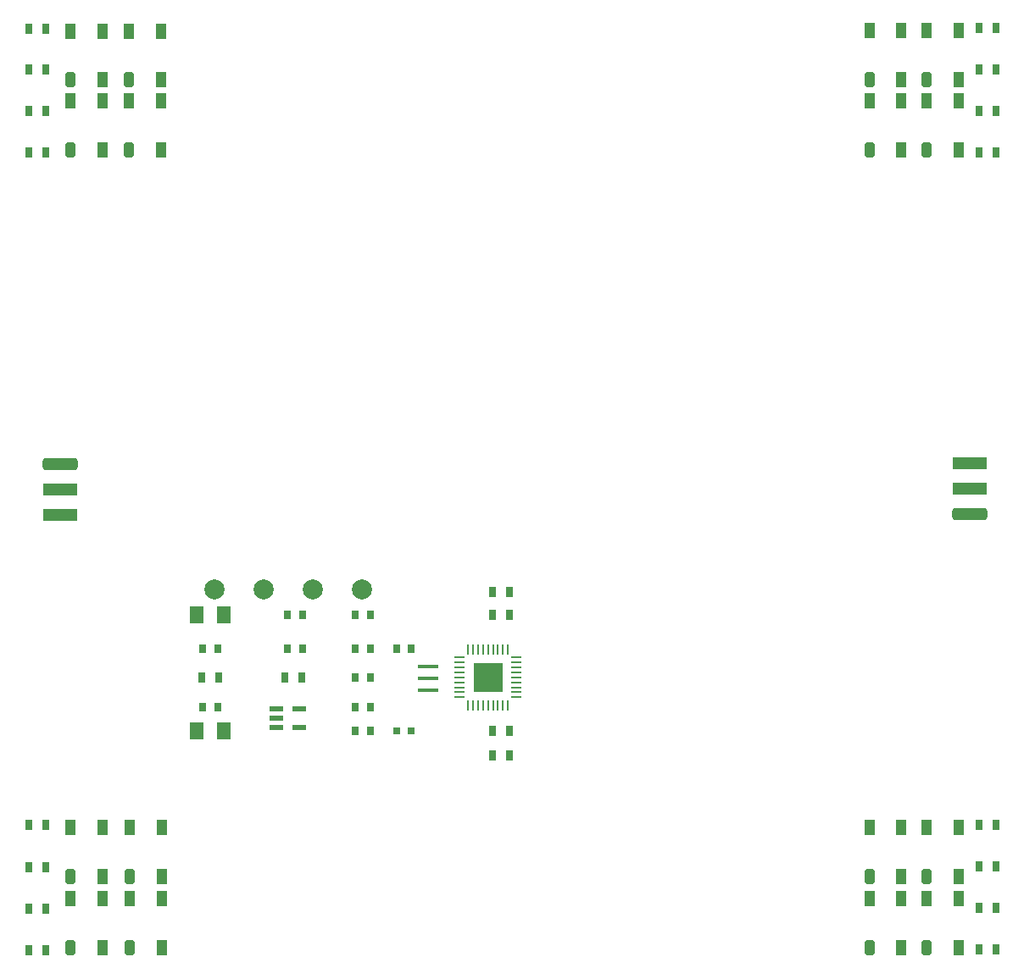
<source format=gtp>
G04*
G04 #@! TF.GenerationSoftware,Altium Limited,Altium Designer,21.0.9 (235)*
G04*
G04 Layer_Color=8421504*
%FSLAX44Y44*%
%MOMM*%
G71*
G04*
G04 #@! TF.SameCoordinates,FCB3D206-118C-4BCE-AE63-394E7735AD57*
G04*
G04*
G04 #@! TF.FilePolarity,Positive*
G04*
G01*
G75*
%ADD20R,0.8000X1.0000*%
%ADD21C,2.0000*%
%ADD22R,0.7000X0.9000*%
%ADD23R,0.8000X0.8000*%
%ADD24R,1.3800X1.8200*%
%ADD25R,1.3208X0.5588*%
%ADD26R,0.2600X1.0800*%
%ADD27R,3.0000X3.0000*%
%ADD28R,1.0800X0.2600*%
%ADD29R,2.0000X0.4000*%
%ADD30R,3.5000X1.2000*%
G04:AMPARAMS|DCode=31|XSize=1.2mm|YSize=3.5mm|CornerRadius=0.3mm|HoleSize=0mm|Usage=FLASHONLY|Rotation=90.000|XOffset=0mm|YOffset=0mm|HoleType=Round|Shape=RoundedRectangle|*
%AMROUNDEDRECTD31*
21,1,1.2000,2.9000,0,0,90.0*
21,1,0.6000,3.5000,0,0,90.0*
1,1,0.6000,1.4500,0.3000*
1,1,0.6000,1.4500,-0.3000*
1,1,0.6000,-1.4500,-0.3000*
1,1,0.6000,-1.4500,0.3000*
%
%ADD31ROUNDEDRECTD31*%
%ADD32R,1.0000X1.5000*%
G04:AMPARAMS|DCode=33|XSize=1.5mm|YSize=1mm|CornerRadius=0.25mm|HoleSize=0mm|Usage=FLASHONLY|Rotation=90.000|XOffset=0mm|YOffset=0mm|HoleType=Round|Shape=RoundedRectangle|*
%AMROUNDEDRECTD33*
21,1,1.5000,0.5000,0,0,90.0*
21,1,1.0000,1.0000,0,0,90.0*
1,1,0.5000,0.2500,0.5000*
1,1,0.5000,0.2500,-0.5000*
1,1,0.5000,-0.2500,-0.5000*
1,1,0.5000,-0.2500,0.5000*
%
%ADD33ROUNDEDRECTD33*%
G36*
X460730Y323600D02*
X484700D01*
Y299630D01*
X460730D01*
Y323600D01*
D02*
G37*
D20*
X494500Y234000D02*
D03*
X477500D02*
D03*
X494500Y258000D02*
D03*
X477500D02*
D03*
X204190Y311900D02*
D03*
X187190D02*
D03*
X287288D02*
D03*
X270288D02*
D03*
X494500Y374000D02*
D03*
X477500D02*
D03*
X494500Y397000D02*
D03*
X477500D02*
D03*
X980500Y837000D02*
D03*
X963500D02*
D03*
X980500Y878333D02*
D03*
X963500D02*
D03*
X980500Y919667D02*
D03*
X963500D02*
D03*
X980500Y961000D02*
D03*
X963500D02*
D03*
X980500Y164000D02*
D03*
X963500D02*
D03*
X980500Y122500D02*
D03*
X963500D02*
D03*
X980500Y81000D02*
D03*
X963500D02*
D03*
X980500Y39500D02*
D03*
X963500D02*
D03*
X31000Y80667D02*
D03*
X14000D02*
D03*
X31000Y122333D02*
D03*
X14000D02*
D03*
X31000Y836500D02*
D03*
X14000D02*
D03*
X31000Y960563D02*
D03*
X14000D02*
D03*
X31000Y919209D02*
D03*
X14000D02*
D03*
X31000Y877854D02*
D03*
X14000D02*
D03*
X31000Y164000D02*
D03*
X14000D02*
D03*
X31000Y39000D02*
D03*
X14000D02*
D03*
D21*
X248990Y400000D02*
D03*
X298000D02*
D03*
X347100D02*
D03*
X199980D02*
D03*
D22*
X381500Y340400D02*
D03*
X396500D02*
D03*
X340500Y258000D02*
D03*
X355500D02*
D03*
X188190Y282400D02*
D03*
X203190D02*
D03*
X188190Y340400D02*
D03*
X203190D02*
D03*
X287788D02*
D03*
X272788D02*
D03*
X287788Y374000D02*
D03*
X272788D02*
D03*
X340500Y311900D02*
D03*
X355500D02*
D03*
X340500Y282400D02*
D03*
X355500D02*
D03*
X340500Y340400D02*
D03*
X355500D02*
D03*
X340500Y374000D02*
D03*
X355500D02*
D03*
D23*
X381500Y258242D02*
D03*
X396500D02*
D03*
D24*
X209380Y374000D02*
D03*
X182000D02*
D03*
X209380Y258000D02*
D03*
X182000D02*
D03*
D25*
X284684Y280398D02*
D03*
Y261602D02*
D03*
X261316D02*
D03*
Y271000D02*
D03*
Y280398D02*
D03*
D26*
X453000Y340050D02*
D03*
Y283750D02*
D03*
X458000Y340050D02*
D03*
X463000D02*
D03*
X468000D02*
D03*
X473000D02*
D03*
X478000D02*
D03*
X483000D02*
D03*
X488000D02*
D03*
X493000D02*
D03*
Y283750D02*
D03*
X488000D02*
D03*
X483000D02*
D03*
X478000D02*
D03*
X473000D02*
D03*
X468000D02*
D03*
X463000D02*
D03*
X458000D02*
D03*
D27*
X473000Y311900D02*
D03*
D28*
X501150Y331900D02*
D03*
Y326900D02*
D03*
Y321900D02*
D03*
Y316900D02*
D03*
Y311900D02*
D03*
Y306900D02*
D03*
Y301900D02*
D03*
Y296900D02*
D03*
Y291900D02*
D03*
X444850D02*
D03*
Y296900D02*
D03*
Y301900D02*
D03*
Y306900D02*
D03*
Y311900D02*
D03*
Y316900D02*
D03*
Y321900D02*
D03*
Y326900D02*
D03*
Y331900D02*
D03*
D29*
X413000Y322766D02*
D03*
Y310766D02*
D03*
Y298766D02*
D03*
D30*
X953984Y500402D02*
D03*
Y525802D02*
D03*
X46016Y499598D02*
D03*
Y474198D02*
D03*
D31*
X953984Y475002D02*
D03*
X46016Y524998D02*
D03*
D32*
X943000Y839500D02*
D03*
Y888500D02*
D03*
X911000D02*
D03*
X943000Y42000D02*
D03*
Y91000D02*
D03*
X911000D02*
D03*
X88000Y112500D02*
D03*
Y161500D02*
D03*
X56000D02*
D03*
X88000Y839000D02*
D03*
Y888000D02*
D03*
X56000D02*
D03*
X147000Y41500D02*
D03*
Y90500D02*
D03*
X115000D02*
D03*
X88000Y41500D02*
D03*
Y90500D02*
D03*
X56000D02*
D03*
X146530Y839000D02*
D03*
Y888000D02*
D03*
X114530D02*
D03*
X146530Y909063D02*
D03*
Y958063D02*
D03*
X114530D02*
D03*
X886000Y839500D02*
D03*
Y888500D02*
D03*
X854000D02*
D03*
X886000Y112500D02*
D03*
Y161500D02*
D03*
X854000D02*
D03*
X88000Y909063D02*
D03*
Y958063D02*
D03*
X56000D02*
D03*
X943000Y112500D02*
D03*
Y161500D02*
D03*
X911000D02*
D03*
X886000Y42000D02*
D03*
Y91000D02*
D03*
X854000D02*
D03*
X886000Y909500D02*
D03*
Y958500D02*
D03*
X854000D02*
D03*
X943000Y909500D02*
D03*
Y958500D02*
D03*
X911000D02*
D03*
X147000Y112500D02*
D03*
Y161500D02*
D03*
X115000D02*
D03*
D33*
X911000Y839500D02*
D03*
Y42000D02*
D03*
X56000Y112500D02*
D03*
Y839000D02*
D03*
X115000Y41500D02*
D03*
X56000D02*
D03*
X114530Y839000D02*
D03*
Y909063D02*
D03*
X854000Y839500D02*
D03*
Y112500D02*
D03*
X56000Y909063D02*
D03*
X911000Y112500D02*
D03*
X854000Y42000D02*
D03*
Y909500D02*
D03*
X911000D02*
D03*
X115000Y112500D02*
D03*
M02*

</source>
